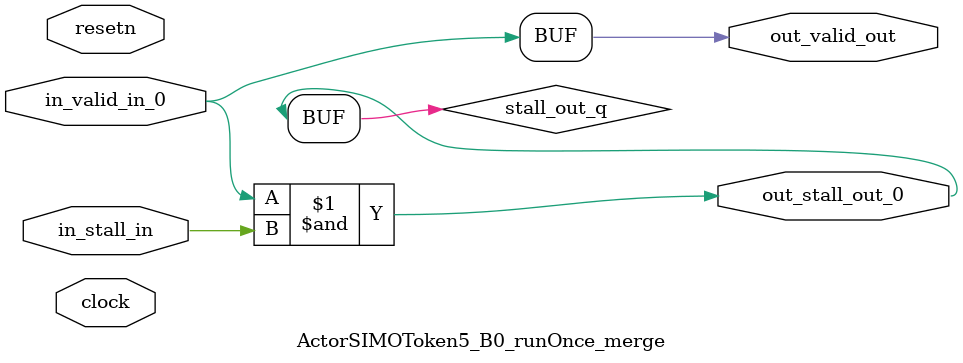
<source format=sv>



(* altera_attribute = "-name AUTO_SHIFT_REGISTER_RECOGNITION OFF; -name MESSAGE_DISABLE 10036; -name MESSAGE_DISABLE 10037; -name MESSAGE_DISABLE 14130; -name MESSAGE_DISABLE 14320; -name MESSAGE_DISABLE 15400; -name MESSAGE_DISABLE 14130; -name MESSAGE_DISABLE 10036; -name MESSAGE_DISABLE 12020; -name MESSAGE_DISABLE 12030; -name MESSAGE_DISABLE 12010; -name MESSAGE_DISABLE 12110; -name MESSAGE_DISABLE 14320; -name MESSAGE_DISABLE 13410; -name MESSAGE_DISABLE 113007; -name MESSAGE_DISABLE 10958" *)
module ActorSIMOToken5_B0_runOnce_merge (
    input wire [0:0] in_stall_in,
    input wire [0:0] in_valid_in_0,
    output wire [0:0] out_stall_out_0,
    output wire [0:0] out_valid_out,
    input wire clock,
    input wire resetn
    );

    wire [0:0] stall_out_q;


    // stall_out(LOGICAL,6)
    assign stall_out_q = in_valid_in_0 & in_stall_in;

    // out_stall_out_0(GPOUT,4)
    assign out_stall_out_0 = stall_out_q;

    // out_valid_out(GPOUT,5)
    assign out_valid_out = in_valid_in_0;

endmodule

</source>
